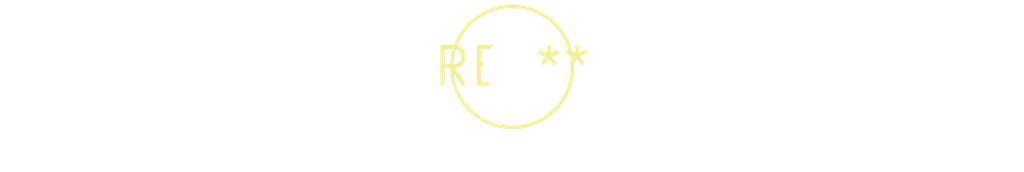
<source format=kicad_pcb>
(kicad_pcb (version 20240108) (generator pcbnew)
  (layers (0 "F.Cu" signal) (31 "B.Cu" signal) (34 "B.Paste" user) (35 "F.Paste" user) (36 "B.SilkS" user "B.Silkscreen") (37 "F.SilkS" user "F.Silkscreen") (38 "B.Mask" user) (39 "F.Mask" user) (44 "Edge.Cuts" user))
  (net 0 "")
  (footprint "TestPoint_Loop_D3.80mm_Drill2.0mm" (layer "F.Cu") (at 0 0)
    (property "Reference" "REF**")
    (property "Value" "TestPoint_Loop_D3.80mm_Drill2.0mm")
    (fp_circle (center 0 0) (end 2.1 0) (layer "F.SilkS") (stroke (width 0.12)) (fill none))
    (pad "1" thru_hole circle (at 0 0) (size 3.6 3.6) (drill 2) (layers *.Cu *.Mask) (remove_unused_layers))
  )
)
</source>
